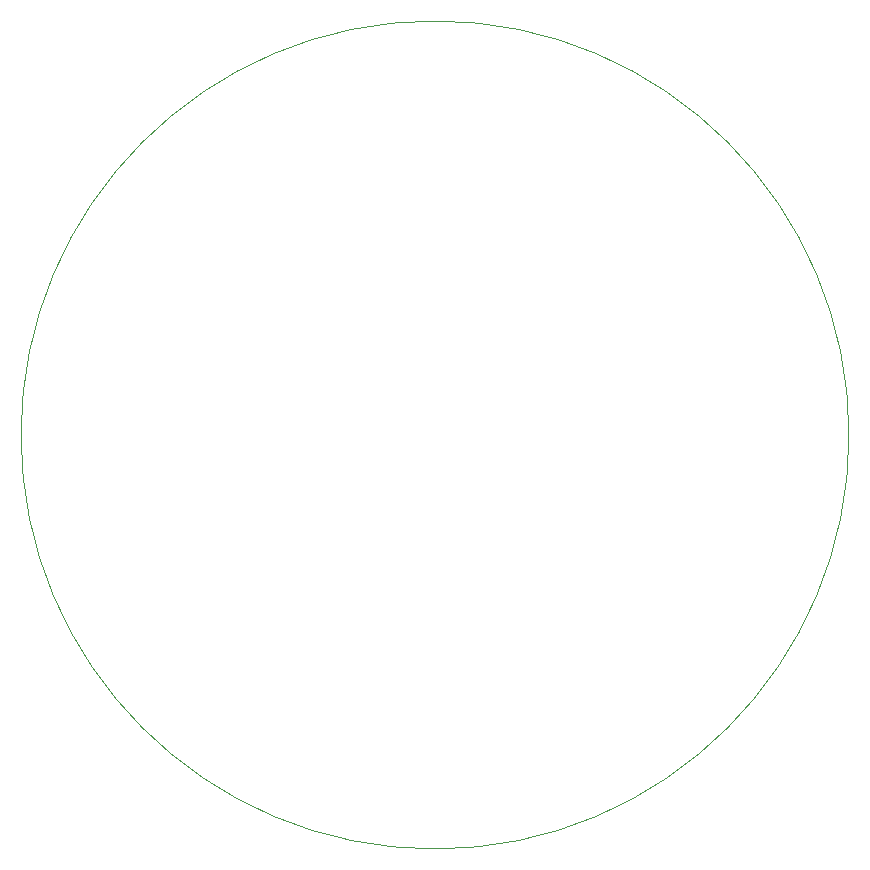
<source format=gbr>
%TF.GenerationSoftware,KiCad,Pcbnew,9.0.2*%
%TF.CreationDate,2026-01-09T09:24:01+01:00*%
%TF.ProjectId,led_print,6c65645f-7072-4696-9e74-2e6b69636164,rev?*%
%TF.SameCoordinates,Original*%
%TF.FileFunction,Profile,NP*%
%FSLAX46Y46*%
G04 Gerber Fmt 4.6, Leading zero omitted, Abs format (unit mm)*
G04 Created by KiCad (PCBNEW 9.0.2) date 2026-01-09 09:24:01*
%MOMM*%
%LPD*%
G01*
G04 APERTURE LIST*
%TA.AperFunction,Profile*%
%ADD10C,0.050000*%
%TD*%
G04 APERTURE END LIST*
D10*
X150622000Y-59182000D02*
G75*
G02*
X80518000Y-59182000I-35052000J0D01*
G01*
X80518000Y-59182000D02*
G75*
G02*
X150622000Y-59182000I35052000J0D01*
G01*
M02*

</source>
